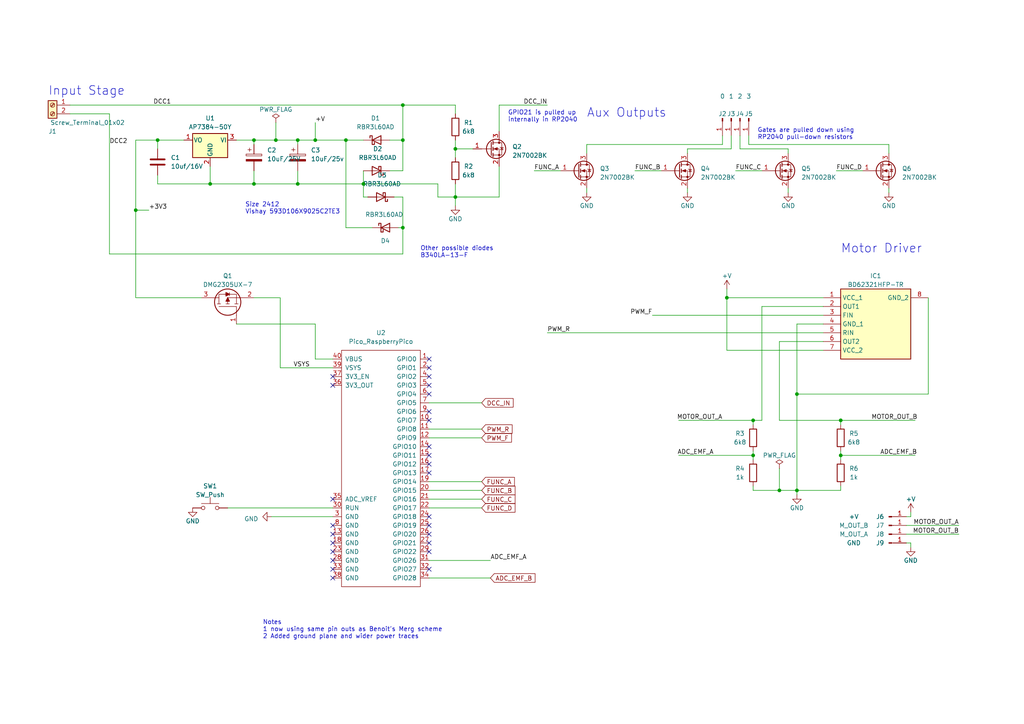
<source format=kicad_sch>
(kicad_sch (version 20230121) (generator eeschema)
  (paper "A4")
  (title_block (title "DCC Decoder 4a - modified PCB - As 4 but with ground plane") (date "2025-01-20") (rev "4.0"))
  (lib_symbols
    (symbol "BD623xx:BD62321HFP-TR"
      (property "Reference" "IC" (at 26.67 7.62 0))
      (property "Value" "BD62321HFP-TR" (at 26.67 5.08 0))
      (symbol "BD62321HFP-TR_1_1"
        (rectangle (start 5.08 2.54) (end 25.4 -17.78) (stroke (width 0.254)) (fill (type background)))
        (pin passive line (at 0 0 0) (length 5.08) (name "VCC_1") (number "1"))
        (pin passive line (at 0 -2.54 0) (length 5.08) (name "OUT1") (number "2"))
        (pin passive line (at 0 -5.08 0) (length 5.08) (name "FIN") (number "3"))
        (pin passive line (at 0 -7.62 0) (length 5.08) (name "GND_1") (number "4"))
        (pin passive line (at 0 -10.16 0) (length 5.08) (name "RIN") (number "5"))
        (pin passive line (at 0 -12.7 0) (length 5.08) (name "OUT2") (number "6"))
        (pin passive line (at 0 -15.24 0) (length 5.08) (name "VCC_2") (number "7"))
        (pin passive line (at 30.48 0 180) (length 5.08) (name "GND_2") (number "8"))
      )
    )
    (symbol "Connector:Conn_01x01_Male" (pin_names (offset 1.016) hide)
      (property "Reference" "J" (at 0 2.54 0))
      (property "Value" "Conn_01x01_Male" (at 0 -2.54 0))
      (symbol "Conn_01x01_Male_1_1"
        (polyline (pts (xy 1.27 0) (xy 0.8636 0)) (stroke (width 0.1524)))
        (rectangle (start 0.8636 0.127) (end 0 -0.127) (stroke (width 0.1524)) (fill (type outline)))
        (pin passive line (at 5.08 0 180) (length 3.81) (name "Pin_1") (number "1"))
      )
    )
    (symbol "Connector:Screw_Terminal_01x02" (pin_names (offset 1.016) hide)
      (property "Reference" "J" (at 0 2.54 0))
      (property "Value" "Screw_Terminal_01x02" (at 0 -5.08 0))
      (symbol "Screw_Terminal_01x02_1_1"
        (rectangle (start -1.27 1.27) (end 1.27 -3.81) (stroke (width 0.254)) (fill (type background)))
        (circle (center 0 -2.54) (radius 0.635) (stroke (width 0.1524)))
        (polyline (pts (xy -0.5334 -2.2098) (xy 0.3302 -3.048)) (stroke (width 0.1524)))
        (polyline (pts (xy -0.5334 0.3302) (xy 0.3302 -0.508)) (stroke (width 0.1524)))
        (polyline (pts (xy -0.3556 -2.032) (xy 0.508 -2.8702)) (stroke (width 0.1524)))
        (polyline (pts (xy -0.3556 0.508) (xy 0.508 -0.3302)) (stroke (width 0.1524)))
        (circle (center 0 0) (radius 0.635) (stroke (width 0.1524)))
        (pin passive line (at -5.08 0 0) (length 3.81) (name "Pin_1") (number "1"))
        (pin passive line (at -5.08 -2.54 0) (length 3.81) (name "Pin_2") (number "2"))
      )
    )
    (symbol "DMG2305UX-7:DMG2305UX-7" (pin_names (offset 0.762))
      (property "Reference" "Q" (at 11.43 3.81 0))
      (property "Value" "DMG2305UX-7" (at 11.43 1.27 0))
      (symbol "DMG2305UX-7_0_0"
        (pin passive line (at 0 0 0) (length 2.54) (name "~") (number "1"))
        (pin passive line (at 7.62 -5.08 90) (length 2.54) (name "~") (number "2"))
        (pin passive line (at 7.62 10.16 270) (length 2.54) (name "~") (number "3"))
      )
      (symbol "DMG2305UX-7_0_1"
        (polyline (pts (xy 5.842 -0.508) (xy 5.842 0.508)) (stroke (width 0.1524)))
        (polyline (pts (xy 5.842 0) (xy 7.62 0)) (stroke (width 0.1524)))
        (polyline (pts (xy 5.842 2.032) (xy 5.842 3.048)) (stroke (width 0.1524)))
        (polyline (pts (xy 5.842 5.588) (xy 5.842 4.572)) (stroke (width 0.1524)))
        (polyline (pts (xy 7.62 2.54) (xy 5.842 2.54)) (stroke (width 0.1524)))
        (polyline (pts (xy 7.62 2.54) (xy 7.62 -2.54)) (stroke (width 0.1524)))
        (polyline (pts (xy 7.62 5.08) (xy 5.842 5.08)) (stroke (width 0.1524)))
        (polyline (pts (xy 7.62 5.08) (xy 7.62 7.62)) (stroke (width 0.1524)))
        (polyline (pts (xy 8.128 2.032) (xy 9.144 2.032)) (stroke (width 0.1524)))
        (polyline (pts (xy 2.54 0) (xy 5.08 0) (xy 5.08 5.08)) (stroke (width 0.1524)))
        (polyline (pts (xy 8.636 2.032) (xy 8.636 0) (xy 7.62 0)) (stroke (width 0.1524)))
        (polyline (pts (xy 8.636 3.048) (xy 8.636 5.08) (xy 7.62 5.08)) (stroke (width 0.1524)))
        (polyline (pts (xy 7.62 2.54) (xy 6.604 3.048) (xy 6.604 2.032) (xy 7.62 2.54)) (stroke (width 0.254)) (fill (type outline)))
        (polyline (pts (xy 8.636 2.032) (xy 8.128 3.048) (xy 9.144 3.048) (xy 8.636 2.032)) (stroke (width 0.254)) (fill (type outline)))
        (circle (center 6.35 2.54) (radius 3.81) (stroke (width 0.254)))
      )
    )
    (symbol "Device:C" (pin_numbers hide) (pin_names (offset 0.254))
      (property "Reference" "C" (at 0.635 2.54 0))
      (property "Value" "C" (at 0.635 -2.54 0))
      (symbol "C_0_1"
        (polyline (pts (xy -2.032 -0.762) (xy 2.032 -0.762)) (stroke (width 0.508)))
        (polyline (pts (xy -2.032 0.762) (xy 2.032 0.762)) (stroke (width 0.508)))
      )
      (symbol "C_1_1"
        (pin passive line (at 0 3.81 270) (length 2.794) (name "~") (number "1"))
        (pin passive line (at 0 -3.81 90) (length 2.794) (name "~") (number "2"))
      )
    )
    (symbol "Device:C_Polarized" (pin_numbers hide) (pin_names (offset 0.254))
      (property "Reference" "C" (at 0.635 2.54 0))
      (property "Value" "C_Polarized" (at 0.635 -2.54 0))
      (symbol "C_Polarized_0_1"
        (rectangle (start -2.286 0.508) (end 2.286 1.016))
        (polyline (pts (xy -1.778 2.286) (xy -0.762 2.286)))
        (polyline (pts (xy -1.27 2.794) (xy -1.27 1.778)))
        (rectangle (start 2.286 -0.508) (end -2.286 -1.016) (fill (type outline)))
      )
      (symbol "C_Polarized_1_1"
        (pin passive line (at 0 3.81 270) (length 2.794) (name "~") (number "1"))
        (pin passive line (at 0 -3.81 90) (length 2.794) (name "~") (number "2"))
      )
    )
    (symbol "Device:D_Schottky" (pin_numbers hide) (pin_names (offset 1.016) hide)
      (property "Reference" "D" (at 0 2.54 0))
      (property "Value" "D_Schottky" (at 0 -2.54 0))
      (symbol "D_Schottky_0_1"
        (polyline (pts (xy 1.27 0) (xy -1.27 0)))
        (polyline (pts (xy 1.27 1.27) (xy 1.27 -1.27) (xy -1.27 0) (xy 1.27 1.27)) (stroke (width 0.254)))
        (polyline (pts (xy -1.905 0.635) (xy -1.905 1.27) (xy -1.27 1.27) (xy -1.27 -1.27) (xy -0.635 -1.27) (xy -0.635 -0.635)) (stroke (width 0.254)))
      )
      (symbol "D_Schottky_1_1"
        (pin passive line (at -3.81 0 0) (length 2.54) (name "K") (number "1"))
        (pin passive line (at 3.81 0 180) (length 2.54) (name "A") (number "2"))
      )
    )
    (symbol "Device:R" (pin_numbers hide) (pin_names (offset 0))
      (property "Reference" "R" (at 2.032 0 90))
      (property "Value" "R" (at 0 0 90))
      (symbol "R_0_1"
        (rectangle (start -1.016 -2.54) (end 1.016 2.54) (stroke (width 0.254)))
      )
      (symbol "R_1_1"
        (pin passive line (at 0 3.81 270) (length 1.27) (name "~") (number "1"))
        (pin passive line (at 0 -3.81 90) (length 1.27) (name "~") (number "2"))
      )
    )
    (symbol "GND_1" (power) (pin_names (offset 0))
      (property "Value" "GND_1" (at 0 -3.81 0))
      (symbol "GND_1_0_1"
        (polyline (pts (xy 0 0) (xy 0 -1.27) (xy 1.27 -1.27) (xy 0 -2.54) (xy -1.27 -1.27) (xy 0 -1.27)))
      )
      (symbol "GND_1_1_1"
        (pin power_in line (at 0 0 270) (length 0) hide (name "GND") (number "1"))
      )
    )
    (symbol "PicoNoSwd:RaspberryPico-Pico" (pin_names (offset 1.016))
      (property "Reference" "U" (at -21.59 3.81 0))
      (property "Value" "Pico_RaspberryPico" (at -15.24 -67.31 0))
      (symbol "RaspberryPico-Pico_0_1"
        (rectangle (start -22.86 2.54) (end 0 -66.04))
      )
      (symbol "RaspberryPico-Pico_1_1"
        (pin bidirectional line (at 2.54 0 180) (length 2.54) (name "GPIO0") (number "1"))
        (pin bidirectional line (at 2.54 -17.78 180) (length 2.54) (name "GPIO7") (number "10"))
        (pin bidirectional line (at 2.54 -20.32 180) (length 2.54) (name "GPIO8") (number "11"))
        (pin bidirectional line (at 2.54 -22.86 180) (length 2.54) (name "GPIO9") (number "12"))
        (pin power_in line (at -25.4 -50.8 0) (length 2.54) (name "GND") (number "13"))
        (pin bidirectional line (at 2.54 -25.4 180) (length 2.54) (name "GPIO10") (number "14"))
        (pin bidirectional line (at 2.54 -27.94 180) (length 2.54) (name "GPIO11") (number "15"))
        (pin bidirectional line (at 2.54 -30.48 180) (length 2.54) (name "GPIO12") (number "16"))
        (pin bidirectional line (at 2.54 -33.02 180) (length 2.54) (name "GPIO13") (number "17"))
        (pin power_in line (at -25.4 -53.34 0) (length 2.54) (name "GND") (number "18"))
        (pin bidirectional line (at 2.54 -35.56 180) (length 2.54) (name "GPIO14") (number "19"))
        (pin bidirectional line (at 2.54 -2.54 180) (length 2.54) (name "GPIO1") (number "2"))
        (pin bidirectional line (at 2.54 -38.1 180) (length 2.54) (name "GPIO15") (number "20"))
        (pin bidirectional line (at 2.54 -40.64 180) (length 2.54) (name "GPIO16") (number "21"))
        (pin bidirectional line (at 2.54 -43.18 180) (length 2.54) (name "GPIO17") (number "22"))
        (pin power_in line (at -25.4 -55.88 0) (length 2.54) (name "GND") (number "23"))
        (pin bidirectional line (at 2.54 -45.72 180) (length 2.54) (name "GPIO18") (number "24"))
        (pin bidirectional line (at 2.54 -48.26 180) (length 2.54) (name "GPIO19") (number "25"))
        (pin bidirectional line (at 2.54 -50.8 180) (length 2.54) (name "GPIO20") (number "26"))
        (pin bidirectional line (at 2.54 -53.34 180) (length 2.54) (name "GPIO21") (number "27"))
        (pin power_in line (at -25.4 -58.42 0) (length 2.54) (name "GND") (number "28"))
        (pin bidirectional line (at 2.54 -55.88 180) (length 2.54) (name "GPIO22") (number "29"))
        (pin power_in line (at -25.4 -45.72 0) (length 2.54) (name "GND") (number "3"))
        (pin input line (at -25.4 -43.18 0) (length 2.54) (name "RUN") (number "30"))
        (pin bidirectional line (at 2.54 -58.42 180) (length 2.54) (name "GPIO26") (number "31"))
        (pin bidirectional line (at 2.54 -60.96 180) (length 2.54) (name "GPIO27") (number "32"))
        (pin power_in line (at -25.4 -60.96 0) (length 2.54) (name "GND") (number "33"))
        (pin bidirectional line (at 2.54 -63.5 180) (length 2.54) (name "GPIO28") (number "34"))
        (pin input line (at -25.4 -40.64 0) (length 2.54) (name "ADC_VREF") (number "35"))
        (pin power_out line (at -25.4 -7.62 0) (length 2.54) (name "3V3_OUT") (number "36"))
        (pin input line (at -25.4 -5.08 0) (length 2.54) (name "3V3_EN") (number "37"))
        (pin power_in line (at -25.4 -63.5 0) (length 2.54) (name "GND") (number "38"))
        (pin power_in line (at -25.4 -2.54 0) (length 2.54) (name "VSYS") (number "39"))
        (pin bidirectional line (at 2.54 -5.08 180) (length 2.54) (name "GPIO2") (number "4"))
        (pin power_in line (at -25.4 0 0) (length 2.54) (name "VBUS") (number "40"))
        (pin bidirectional line (at 2.54 -7.62 180) (length 2.54) (name "GPIO3") (number "5"))
        (pin bidirectional line (at 2.54 -10.16 180) (length 2.54) (name "GPIO4") (number "6"))
        (pin bidirectional line (at 2.54 -12.7 180) (length 2.54) (name "GPIO5") (number "7"))
        (pin power_in line (at -25.4 -48.26 0) (length 2.54) (name "GND") (number "8"))
        (pin bidirectional line (at 2.54 -15.24 180) (length 2.54) (name "GPIO6") (number "9"))
      )
    )
    (symbol "RP2040-Decoder_Additional_Symbols:+V" (power) (pin_names (offset 0))
      (property "Value" "+V" (at 0 3.556 0))
      (symbol "+V_0_1"
        (polyline (pts (xy -0.762 1.27) (xy 0 2.54)))
        (polyline (pts (xy 0 0) (xy 0 2.54)))
        (polyline (pts (xy 0 2.54) (xy 0.762 1.27)))
      )
      (symbol "+V_1_1"
        (pin power_in line (at 0 0 90) (length 0) hide (name "+V") (number "1"))
      )
    )
    (symbol "Regulator_Linear:AP7384-50Y" (pin_names (offset 0.254))
      (property "Reference" "U" (at -3.81 3.175 0))
      (property "Value" "AP7384-50Y" (at 0 3.175 0))
      (symbol "AP7384-50Y_0_1"
        (rectangle (start -5.08 1.905) (end 5.08 -5.08) (stroke (width 0.254)) (fill (type background)))
      )
      (symbol "AP7384-50Y_1_1"
        (pin power_out line (at 7.62 0 180) (length 2.54) (name "VO") (number "1"))
        (pin power_in line (at 0 -7.62 90) (length 2.54) (name "GND") (number "2"))
        (pin power_in line (at -7.62 0 0) (length 2.54) (name "VI") (number "3"))
      )
    )
    (symbol "Switch:SW_Push" (pin_numbers hide) (pin_names (offset 1.016) hide)
      (property "Reference" "SW" (at 1.27 2.54 0))
      (property "Value" "SW_Push" (at 0 -1.524 0))
      (symbol "SW_Push_0_1"
        (circle (center -2.032 0) (radius 0.508))
        (polyline (pts (xy 0 1.27) (xy 0 3.048)))
        (polyline (pts (xy 2.54 1.27) (xy -2.54 1.27)))
        (circle (center 2.032 0) (radius 0.508))
        (pin passive line (at -5.08 0 0) (length 2.54) (name "1") (number "1"))
        (pin passive line (at 5.08 0 180) (length 2.54) (name "2") (number "2"))
      )
    )
    (symbol "Transistor_FET:2N7002K" (pin_names hide)
      (property "Reference" "Q" (at 5.08 1.905 0))
      (property "Value" "2N7002K" (at 5.08 0 0))
      (symbol "2N7002K_0_1"
        (polyline (pts (xy 0.254 0) (xy -2.54 0)))
        (polyline (pts (xy 0.254 1.905) (xy 0.254 -1.905)) (stroke (width 0.254)))
        (polyline (pts (xy 0.762 -1.27) (xy 0.762 -2.286)) (stroke (width 0.254)))
        (polyline (pts (xy 0.762 0.508) (xy 0.762 -0.508)) (stroke (width 0.254)))
        (polyline (pts (xy 0.762 2.286) (xy 0.762 1.27)) (stroke (width 0.254)))
        (polyline (pts (xy 2.54 2.54) (xy 2.54 1.778)))
        (polyline (pts (xy 2.54 -2.54) (xy 2.54 0) (xy 0.762 0)))
        (polyline (pts (xy 0.762 -1.778) (xy 3.302 -1.778) (xy 3.302 1.778) (xy 0.762 1.778)))
        (polyline (pts (xy 1.016 0) (xy 2.032 0.381) (xy 2.032 -0.381) (xy 1.016 0)) (fill (type outline)))
        (polyline (pts (xy 2.794 0.508) (xy 2.921 0.381) (xy 3.683 0.381) (xy 3.81 0.254)))
        (polyline (pts (xy 3.302 0.381) (xy 2.921 -0.254) (xy 3.683 -0.254) (xy 3.302 0.381)))
        (circle (center 1.651 0) (radius 2.794) (stroke (width 0.254)))
        (circle (center 2.54 -1.778) (radius 0.254) (fill (type outline)))
        (circle (center 2.54 1.778) (radius 0.254) (fill (type outline)))
      )
      (symbol "2N7002K_1_1"
        (pin input line (at -5.08 0 0) (length 2.54) (name "G") (number "1"))
        (pin passive line (at 2.54 -5.08 90) (length 2.54) (name "S") (number "2"))
        (pin passive line (at 2.54 5.08 270) (length 2.54) (name "D") (number "3"))
      )
    )
    (symbol "power:GND" (power) (pin_names (offset 0))
      (property "Value" "GND" (at 0 -3.81 0))
      (symbol "GND_0_1"
        (polyline (pts (xy 0 0) (xy 0 -1.27) (xy 1.27 -1.27) (xy 0 -2.54) (xy -1.27 -1.27) (xy 0 -1.27)))
      )
      (symbol "GND_1_1"
        (pin power_in line (at 0 0 270) (length 0) hide (name "GND") (number "1"))
      )
    )
    (symbol "power:PWR_FLAG" (power) (pin_numbers hide) (pin_names (offset 0) hide)
      (property "Value" "PWR_FLAG" (at 0 3.81 0))
      (symbol "PWR_FLAG_0_0"
        (pin power_out line (at 0 0 90) (length 0) (name "pwr") (number "1"))
      )
      (symbol "PWR_FLAG_0_1"
        (polyline (pts (xy 0 0) (xy 0 1.27) (xy -1.016 1.905) (xy 0 2.54) (xy 1.016 1.905) (xy 0 1.27)))
      )
    )
  )
  (junction (at 116.84 66.04))
  (junction (at 86.36 40.64))
  (junction (at 105.41 53.34))
  (junction (at 218.44 121.92))
  (junction (at 91.44 40.64))
  (junction (at 132.08 57.15))
  (junction (at 80.01 40.64))
  (junction (at 45.72 40.64))
  (junction (at 86.36 53.34))
  (junction (at 226.06 142.24))
  (junction (at 218.44 132.08))
  (junction (at 210.82 86.36))
  (junction (at 73.66 53.34))
  (junction (at 73.66 40.64))
  (junction (at 116.84 40.64))
  (junction (at 243.84 121.92))
  (junction (at 60.96 53.34))
  (junction (at 116.84 30.48))
  (junction (at 100.33 40.64))
  (junction (at 231.14 114.3))
  (junction (at 132.08 43.18))
  (junction (at 39.37 60.96))
  (junction (at 243.84 132.08))
  (junction (at 231.14 142.24))
  (no_connect (at 96.52 111.76))
  (no_connect (at 96.52 157.48))
  (no_connect (at 124.46 129.54))
  (no_connect (at 96.52 165.1))
  (no_connect (at 124.46 119.38))
  (no_connect (at 124.46 152.4))
  (no_connect (at 124.46 109.22))
  (no_connect (at 124.46 137.16))
  (no_connect (at 124.46 104.14))
  (no_connect (at 124.46 149.86))
  (no_connect (at 96.52 109.22))
  (no_connect (at 124.46 157.48))
  (no_connect (at 124.46 111.76))
  (no_connect (at 96.52 154.94))
  (no_connect (at 96.52 160.02))
  (no_connect (at 124.46 114.3))
  (no_connect (at 124.46 106.68))
  (no_connect (at 124.46 134.62))
  (no_connect (at 124.46 154.94))
  (no_connect (at 96.52 167.64))
  (no_connect (at 124.46 121.92))
  (no_connect (at 124.46 132.08))
  (no_connect (at 96.52 144.78))
  (no_connect (at 124.46 160.02))
  (no_connect (at 96.52 162.56))
  (no_connect (at 96.52 152.4))
  (no_connect (at 124.46 165.1))
  (wire (pts (xy 226.06 142.24) (xy 218.44 142.24)))
  (wire (pts (xy 86.36 40.64) (xy 91.44 40.64)))
  (wire (pts (xy 214.63 39.37) (xy 214.63 43.18)))
  (wire (pts (xy 100.33 66.04) (xy 107.95 66.04)))
  (wire (pts (xy 60.96 53.34) (xy 73.66 53.34)))
  (wire (pts (xy 86.36 53.34) (xy 105.41 53.34)))
  (wire (pts (xy 199.39 44.45) (xy 199.39 43.18)))
  (wire (pts (xy 116.84 30.48) (xy 116.84 40.64)))
  (wire (pts (xy 213.36 49.53) (xy 220.98 49.53)))
  (wire (pts (xy 196.85 132.08) (xy 218.44 132.08)))
  (wire (pts (xy 264.16 157.48) (xy 264.16 158.75)))
  (wire (pts (xy 243.84 132.08) (xy 243.84 133.35)))
  (wire (pts (xy 45.72 40.64) (xy 45.72 43.18)))
  (wire (pts (xy 132.08 30.48) (xy 132.08 33.02)))
  (wire (pts (xy 218.44 121.92) (xy 220.98 121.92)))
  (wire (pts (xy 116.84 30.48) (xy 132.08 30.48)))
  (wire (pts (xy 154.94 49.53) (xy 162.56 49.53)))
  (wire (pts (xy 68.58 93.98) (xy 91.44 93.98)))
  (wire (pts (xy 144.78 48.26) (xy 144.78 57.15)))
  (wire (pts (xy 91.44 40.64) (xy 100.33 40.64)))
  (wire (pts (xy 124.46 142.24) (xy 139.7 142.24)))
  (wire (pts (xy 80.01 35.56) (xy 80.01 40.64)))
  (wire (pts (xy 127 53.34) (xy 127 57.15)))
  (wire (pts (xy 269.24 114.3) (xy 269.24 86.36)))
  (wire (pts (xy 124.46 139.7) (xy 139.7 139.7)))
  (wire (pts (xy 218.44 132.08) (xy 218.44 130.81)))
  (wire (pts (xy 96.52 147.32) (xy 66.04 147.32)))
  (wire (pts (xy 218.44 140.97) (xy 218.44 142.24)))
  (wire (pts (xy 81.28 86.36) (xy 81.28 106.68)))
  (wire (pts (xy 278.13 154.94) (xy 262.89 154.94)))
  (wire (pts (xy 39.37 40.64) (xy 39.37 60.96)))
  (wire (pts (xy 31.75 73.66) (xy 116.84 73.66)))
  (wire (pts (xy 132.08 57.15) (xy 132.08 59.69)))
  (wire (pts (xy 231.14 114.3) (xy 231.14 142.24)))
  (wire (pts (xy 199.39 54.61) (xy 199.39 55.88)))
  (wire (pts (xy 214.63 43.18) (xy 228.6 43.18)))
  (wire (pts (xy 220.98 121.92) (xy 220.98 88.9)))
  (wire (pts (xy 116.84 66.04) (xy 115.57 66.04)))
  (wire (pts (xy 73.66 49.53) (xy 73.66 53.34)))
  (wire (pts (xy 73.66 40.64) (xy 73.66 41.91)))
  (wire (pts (xy 132.08 43.18) (xy 132.08 45.72)))
  (wire (pts (xy 238.76 86.36) (xy 210.82 86.36)))
  (wire (pts (xy 45.72 53.34) (xy 45.72 50.8)))
  (wire (pts (xy 231.14 142.24) (xy 226.06 142.24)))
  (wire (pts (xy 264.16 149.86) (xy 262.89 149.86)))
  (wire (pts (xy 243.84 123.19) (xy 243.84 121.92)))
  (wire (pts (xy 73.66 86.36) (xy 81.28 86.36)))
  (wire (pts (xy 100.33 40.64) (xy 105.41 40.64)))
  (wire (pts (xy 20.32 30.48) (xy 116.84 30.48)))
  (wire (pts (xy 199.39 43.18) (xy 212.09 43.18)))
  (wire (pts (xy 238.76 93.98) (xy 231.14 93.98)))
  (wire (pts (xy 60.96 53.34) (xy 45.72 53.34)))
  (wire (pts (xy 91.44 104.14) (xy 96.52 104.14)))
  (wire (pts (xy 212.09 39.37) (xy 212.09 43.18)))
  (wire (pts (xy 124.46 127) (xy 139.7 127)))
  (wire (pts (xy 231.14 114.3) (xy 269.24 114.3)))
  (wire (pts (xy 144.78 30.48) (xy 144.78 38.1)))
  (wire (pts (xy 158.75 96.52) (xy 238.76 96.52)))
  (wire (pts (xy 39.37 60.96) (xy 39.37 86.36)))
  (wire (pts (xy 226.06 121.92) (xy 243.84 121.92)))
  (wire (pts (xy 80.01 40.64) (xy 86.36 40.64)))
  (wire (pts (xy 60.96 48.26) (xy 60.96 53.34)))
  (wire (pts (xy 184.15 49.53) (xy 191.77 49.53)))
  (wire (pts (xy 86.36 49.53) (xy 86.36 53.34)))
  (wire (pts (xy 231.14 142.24) (xy 243.84 142.24)))
  (wire (pts (xy 39.37 40.64) (xy 45.72 40.64)))
  (wire (pts (xy 124.46 147.32) (xy 139.7 147.32)))
  (wire (pts (xy 278.13 152.4) (xy 262.89 152.4)))
  (wire (pts (xy 243.84 140.97) (xy 243.84 142.24)))
  (wire (pts (xy 264.16 148.59) (xy 264.16 149.86)))
  (wire (pts (xy 262.89 157.48) (xy 264.16 157.48)))
  (wire (pts (xy 226.06 99.06) (xy 238.76 99.06)))
  (wire (pts (xy 91.44 35.56) (xy 91.44 40.64)))
  (wire (pts (xy 124.46 116.84) (xy 139.7 116.84)))
  (wire (pts (xy 189.23 91.44) (xy 238.76 91.44)))
  (wire (pts (xy 116.84 57.15) (xy 114.3 57.15)))
  (wire (pts (xy 132.08 40.64) (xy 132.08 43.18)))
  (wire (pts (xy 231.14 142.24) (xy 231.14 143.51)))
  (wire (pts (xy 226.06 121.92) (xy 226.06 99.06)))
  (wire (pts (xy 144.78 30.48) (xy 158.75 30.48)))
  (wire (pts (xy 105.41 49.53) (xy 105.41 53.34)))
  (wire (pts (xy 132.08 43.18) (xy 137.16 43.18)))
  (wire (pts (xy 105.41 53.34) (xy 127 53.34)))
  (wire (pts (xy 45.72 40.64) (xy 53.34 40.64)))
  (wire (pts (xy 228.6 54.61) (xy 228.6 55.88)))
  (wire (pts (xy 124.46 124.46) (xy 139.7 124.46)))
  (wire (pts (xy 217.17 39.37) (xy 217.17 41.91)))
  (wire (pts (xy 20.32 33.02) (xy 31.75 33.02)))
  (wire (pts (xy 218.44 123.19) (xy 218.44 121.92)))
  (wire (pts (xy 116.84 40.64) (xy 113.03 40.64)))
  (wire (pts (xy 132.08 53.34) (xy 132.08 57.15)))
  (wire (pts (xy 218.44 133.35) (xy 218.44 132.08)))
  (wire (pts (xy 257.81 41.91) (xy 257.81 44.45)))
  (wire (pts (xy 243.84 121.92) (xy 265.43 121.92)))
  (wire (pts (xy 170.18 41.91) (xy 170.18 44.45)))
  (wire (pts (xy 39.37 86.36) (xy 58.42 86.36)))
  (wire (pts (xy 243.84 132.08) (xy 243.84 130.81)))
  (wire (pts (xy 68.58 40.64) (xy 73.66 40.64)))
  (wire (pts (xy 91.44 93.98) (xy 91.44 104.14)))
  (wire (pts (xy 217.17 41.91) (xy 257.81 41.91)))
  (wire (pts (xy 243.84 132.08) (xy 265.43 132.08)))
  (wire (pts (xy 105.41 53.34) (xy 105.41 57.15)))
  (wire (pts (xy 116.84 66.04) (xy 116.84 57.15)))
  (wire (pts (xy 231.14 93.98) (xy 231.14 114.3)))
  (wire (pts (xy 124.46 167.64) (xy 142.24 167.64)))
  (wire (pts (xy 31.75 33.02) (xy 31.75 73.66)))
  (wire (pts (xy 238.76 101.6) (xy 210.82 101.6)))
  (wire (pts (xy 127 57.15) (xy 132.08 57.15)))
  (wire (pts (xy 196.85 121.92) (xy 218.44 121.92)))
  (wire (pts (xy 105.41 57.15) (xy 106.68 57.15)))
  (wire (pts (xy 116.84 40.64) (xy 116.84 49.53)))
  (wire (pts (xy 124.46 162.56) (xy 142.24 162.56)))
  (wire (pts (xy 39.37 60.96) (xy 43.18 60.96)))
  (wire (pts (xy 257.81 54.61) (xy 257.81 55.88)))
  (wire (pts (xy 228.6 43.18) (xy 228.6 44.45)))
  (wire (pts (xy 226.06 135.89) (xy 226.06 142.24)))
  (wire (pts (xy 100.33 40.64) (xy 100.33 66.04)))
  (wire (pts (xy 81.28 106.68) (xy 96.52 106.68)))
  (wire (pts (xy 73.66 53.34) (xy 86.36 53.34)))
  (wire (pts (xy 209.55 41.91) (xy 170.18 41.91)))
  (wire (pts (xy 124.46 144.78) (xy 139.7 144.78)))
  (wire (pts (xy 73.66 40.64) (xy 80.01 40.64)))
  (wire (pts (xy 210.82 101.6) (xy 210.82 86.36)))
  (wire (pts (xy 86.36 40.64) (xy 86.36 41.91)))
  (wire (pts (xy 116.84 49.53) (xy 113.03 49.53)))
  (wire (pts (xy 210.82 83.82) (xy 210.82 86.36)))
  (wire (pts (xy 116.84 73.66) (xy 116.84 66.04)))
  (wire (pts (xy 170.18 54.61) (xy 170.18 55.88)))
  (wire (pts (xy 220.98 88.9) (xy 238.76 88.9)))
  (wire (pts (xy 242.57 49.53) (xy 250.19 49.53)))
  (wire (pts (xy 132.08 57.15) (xy 144.78 57.15)))
  (wire (pts (xy 209.55 39.37) (xy 209.55 41.91)))
  (wire (pts (xy 96.52 149.86) (xy 78.74 149.86)))
  (text "Size 2412\nVishay 593D106X9025C2TE3" (at 71.12 62.23 0) (effects (font (size 1.27 1.27)) (justify left bottom)))
  (text "Notes\n1 now using same pin outs as Benoit's Merg scheme\n2 Added ground plane and wider power traces" (at 76.2 185.42 0) (effects (font (size 1.27 1.27)) (justify left bottom)))
  (text "GPIO21 is pulled up\ninternally in RP2040" (at 147.32 35.56 0) (effects (font (size 1.27 1.27)) (justify left bottom)))
  (text "Other possible diodes\nB340LA-13-F" (at 121.92 74.93 0) (effects (font (size 1.27 1.27)) (justify left bottom)))
  (text "Input Stage" (at 13.97 27.94 0) (effects (font (size 2.54 2.54)) (justify left bottom)))
  (text "Motor Driver" (at 243.84 73.66 0) (effects (font (size 2.54 2.54)) (justify left bottom)))
  (text "Aux Outputs" (at 170.18 34.29 0) (effects (font (size 2.54 2.54)) (justify left bottom)))
  (text "Gates are pulled down using\nRP2040 pull-down resistors" (at 219.71 40.64 0) (effects (font (size 1.27 1.27)) (justify left bottom)))
  (label "MOTOR_OUT_A" (at 278.13 152.4 180))
  (label "PWM_R" (at 158.75 96.52 0))
  (label "FUNC_B" (at 184.15 49.53 0))
  (label "MOTOR_OUT_A" (at 209.55 121.92 180))
  (label "DCC1" (at 44.45 30.48 0))
  (label "ADC_EMF_A" (at 142.24 162.56 0))
  (label "MOTOR_OUT_B" (at 252.73 121.92 0))
  (label "PWM_F" (at 189.23 91.44 180))
  (label "DCC2" (at 31.75 41.91 0))
  (label "+V" (at 91.44 35.56 0))
  (label "FUNC_C" (at 213.36 49.53 0))
  (label "FUNC_D" (at 242.57 49.53 0))
  (label "DCC_IN" (at 158.75 30.48 180))
  (label "ADC_EMF_A" (at 207.01 132.08 180))
  (label "+3V3" (at 43.18 60.96 0))
  (label "FUNC_A" (at 154.94 49.53 0))
  (label "MOTOR_OUT_B" (at 278.13 154.94 180))
  (label "VSYS" (at 85.09 106.68 0))
  (label "ADC_EMF_B" (at 255.27 132.08 0))
  (global_label "DCC_IN" (shape input) (at 139.7 116.84 0) (property "Intersheetrefs" "${INTERSHEET_REFS}" (effects hide)))
  (global_label "FUNC_A" (shape input) (at 139.7 139.7 0) (property "Intersheetrefs" "${INTERSHEET_REFS}" (effects hide)))
  (global_label "PWM_R" (shape input) (at 139.7 124.46 0) (property "Intersheetrefs" "${INTERSHEET_REFS}" (effects hide)))
  (global_label "FUNC_B" (shape input) (at 139.7 142.24 0) (property "Intersheetrefs" "${INTERSHEET_REFS}" (effects hide)))
  (global_label "FUNC_D" (shape input) (at 139.7 147.32 0) (property "Intersheetrefs" "${INTERSHEET_REFS}" (effects hide)))
  (global_label "PWM_F" (shape input) (at 139.7 127 0) (property "Intersheetrefs" "${INTERSHEET_REFS}" (effects hide)))
  (global_label "FUNC_C" (shape input) (at 139.7 144.78 0) (property "Intersheetrefs" "${INTERSHEET_REFS}" (effects hide)))
  (global_label "ADC_EMF_B" (shape input) (at 142.24 167.64 0) (property "Intersheetrefs" "${INTERSHEET_REFS}" (effects hide)))
  (symbol (lib_id "Device:R") (at 218.44 127 180) (unit 1)
    (property "Reference" "R3" (at 214.63 125.73 0))
    (property "Value" "6k8" (at 214.63 128.27 0))
    (property "Footprint" "Resistor_SMD:R_0805_2012Metric_Pad1.20x1.40mm_HandSolder" (effects hide))
  )
  (symbol (lib_id "Device:D_Schottky") (at 109.22 49.53 180) (unit 1)
    (property "Reference" "D2" (at 109.5375 43.18 0))
    (property "Value" "RBR3L60AD" (at 109.5375 45.72 0))
    (property "Footprint" "Diode_SMD:D_SMA_Handsoldering" (effects hide))
  )
  (symbol (lib_id "Device:D_Schottky") (at 111.76 66.04 0) (unit 1)
    (property "Reference" "D4" (at 111.76 69.85 0))
    (property "Value" "RBR3L60AD" (at 111.4425 62.23 0))
    (property "Footprint" "Diode_SMD:D_SMA_Handsoldering" (effects hide))
  )
  (symbol (lib_id "power:GND") (at 132.08 59.69 0) (mirror y) (unit 1)
    (property "Reference" "#PWR03" (effects hide))
    (property "Value" "GND" (at 132.08 63.5 0))
  )
  (symbol (lib_id "Connector:Conn_01x01_Male") (at 257.81 157.48 0) (unit 1)
    (property "Reference" "J9" (at 255.27 157.48 0))
    (property "Value" "GND" (at 247.65 157.48 0))
    (property "Footprint" "TestPoint:TestPoint_Pad_2.5x2.5mm" (effects hide))
  )
  (symbol (lib_name "GND_1") (lib_id "power:GND") (at 78.74 149.86 270) (mirror x) (unit 1)
    (property "Reference" "#PWR02" (effects hide))
    (property "Value" "GND" (at 74.93 150.495 90) (effects (justify right)))
  )
  (symbol (lib_id "power:PWR_FLAG") (at 226.06 135.89 0) (unit 1)
    (property "Reference" "#FLG02" (effects hide))
    (property "Value" "PWR_FLAG" (at 226.06 132.08 0))
  )
  (symbol (lib_id "Transistor_FET:2N7002K") (at 142.24 43.18 0) (unit 1)
    (property "Reference" "Q2" (at 148.59 42.545 0) (effects (justify left)))
    (property "Value" "2N7002BK" (at 148.59 45.085 0) (effects (justify left)))
    (property "Footprint" "Package_TO_SOT_SMD:SOT-23_Handsoldering" (effects hide))
    (property "Datasheet" "https://www.diodes.com/assets/Datasheets/ds30896.pdf" (effects hide))
  )
  (symbol (lib_id "Device:D_Schottky") (at 110.49 57.15 180) (unit 1)
    (property "Reference" "D3" (at 110.8075 50.8 0))
    (property "Value" "RBR3L60AD" (at 110.8075 53.34 0))
    (property "Footprint" "Diode_SMD:D_SMA_Handsoldering" (effects hide))
  )
  (symbol (lib_id "Device:R") (at 243.84 137.16 180) (unit 1)
    (property "Reference" "R6" (at 247.65 135.89 0))
    (property "Value" "1k" (at 247.65 138.43 0))
    (property "Footprint" "Resistor_SMD:R_0805_2012Metric_Pad1.20x1.40mm_HandSolder" (effects hide))
  )
  (symbol (lib_id "power:GND") (at 264.16 158.75 0) (mirror y) (unit 1)
    (property "Reference" "#PWR011" (effects hide))
    (property "Value" "GND" (at 264.16 162.56 0))
  )
  (symbol (lib_id "RP2040-Decoder_Additional_Symbols:+V") (at 210.82 83.82 0) (unit 1)
    (property "Reference" "#PWR06" (effects hide))
    (property "Value" "+V" (at 210.82 80.01 0))
  )
  (symbol (lib_id "Connector:Conn_01x01_Male") (at 257.81 154.94 0) (unit 1)
    (property "Reference" "J8" (at 255.27 154.94 0))
    (property "Value" "M_OUT_A" (at 247.65 154.94 0))
    (property "Footprint" "TestPoint:TestPoint_Pad_2.5x2.5mm" (effects hide))
  )
  (symbol (lib_id "Transistor_FET:2N7002K") (at 167.64 49.53 0) (unit 1)
    (property "Reference" "Q3" (at 173.99 48.895 0) (effects (justify left)))
    (property "Value" "2N7002BK" (at 173.99 51.435 0) (effects (justify left)))
    (property "Footprint" "Package_TO_SOT_SMD:SOT-23_Handsoldering" (effects hide))
    (property "Datasheet" "https://www.diodes.com/assets/Datasheets/ds30896.pdf" (effects hide))
  )
  (symbol (lib_id "PicoNoSwd:RaspberryPico-Pico") (at 121.92 104.14 0) (unit 1)
    (property "Reference" "U2" (at 110.49 96.52 0))
    (property "Value" "Pico_RaspberryPico" (at 110.49 99.06 0))
    (property "Footprint" "PicoNoSwd:RaspberryPico_TH_NoSWD" (effects hide))
  )
  (symbol (lib_id "Regulator_Linear:AP7384-50Y") (at 60.96 40.64 0) (mirror y) (unit 1)
    (property "Reference" "U1" (at 60.96 34.29 0))
    (property "Value" "AP7384-50Y" (at 60.96 36.83 0))
    (property "Footprint" "Package_TO_SOT_SMD:SOT-89-3" (effects hide))
    (property "Datasheet" "https://www.diodes.com/assets/Datasheets/AP7384.pdf" (effects hide))
  )
  (symbol (lib_id "Connector:Conn_01x01_Male") (at 257.81 149.86 0) (unit 1)
    (property "Reference" "J6" (at 255.27 149.86 0))
    (property "Value" "+V" (at 247.65 149.86 0))
    (property "Footprint" "TestPoint:TestPoint_Pad_2.5x2.5mm" (effects hide))
  )
  (symbol (lib_id "Device:R") (at 132.08 36.83 180) (unit 1)
    (property "Reference" "R1" (at 135.89 35.56 0))
    (property "Value" "6k8" (at 135.89 38.1 0))
    (property "Footprint" "Resistor_SMD:R_0805_2012Metric_Pad1.20x1.40mm_HandSolder" (effects hide))
  )
  (symbol (lib_id "power:GND") (at 170.18 55.88 0) (unit 1)
    (property "Reference" "#PWR04" (effects hide))
    (property "Value" "GND" (at 170.18 59.69 0))
  )
  (symbol (lib_id "RP2040-Decoder_Additional_Symbols:+V") (at 264.16 148.59 0) (unit 1)
    (property "Reference" "#PWR010" (effects hide))
    (property "Value" "+V" (at 264.16 144.78 0))
  )
  (symbol (lib_id "Connector:Conn_01x01_Male") (at 257.81 152.4 0) (unit 1)
    (property "Reference" "J7" (at 255.27 152.4 0))
    (property "Value" "M_OUT_B" (at 247.65 152.4 0))
    (property "Footprint" "TestPoint:TestPoint_Pad_2.5x2.5mm" (effects hide))
  )
  (symbol (lib_id "Transistor_FET:2N7002K") (at 226.06 49.53 0) (unit 1)
    (property "Reference" "Q5" (at 232.41 48.895 0) (effects (justify left)))
    (property "Value" "2N7002BK" (at 232.41 51.435 0) (effects (justify left)))
    (property "Footprint" "Package_TO_SOT_SMD:SOT-23_Handsoldering" (effects hide))
    (property "Datasheet" "https://www.diodes.com/assets/Datasheets/ds30896.pdf" (effects hide))
  )
  (symbol (lib_id "Device:R") (at 218.44 137.16 180) (unit 1)
    (property "Reference" "R4" (at 214.63 135.89 0))
    (property "Value" "1k" (at 214.63 138.43 0))
    (property "Footprint" "Resistor_SMD:R_0805_2012Metric_Pad1.20x1.40mm_HandSolder" (effects hide))
  )
  (symbol (lib_id "Device:R") (at 243.84 127 180) (unit 1)
    (property "Reference" "R5" (at 247.65 125.73 0))
    (property "Value" "6k8" (at 247.65 128.27 0))
    (property "Footprint" "Resistor_SMD:R_0805_2012Metric_Pad1.20x1.40mm_HandSolder" (effects hide))
  )
  (symbol (lib_id "Device:R") (at 132.08 49.53 180) (unit 1)
    (property "Reference" "R2" (at 135.89 48.26 0))
    (property "Value" "6k8" (at 135.89 50.8 0))
    (property "Footprint" "Resistor_SMD:R_0805_2012Metric_Pad1.20x1.40mm_HandSolder" (effects hide))
  )
  (symbol (lib_id "Transistor_FET:2N7002K") (at 196.85 49.53 0) (unit 1)
    (property "Reference" "Q4" (at 203.2 48.895 0) (effects (justify left)))
    (property "Value" "2N7002BK" (at 203.2 51.435 0) (effects (justify left)))
    (property "Footprint" "Package_TO_SOT_SMD:SOT-23_Handsoldering" (effects hide))
    (property "Datasheet" "https://www.diodes.com/assets/Datasheets/ds30896.pdf" (effects hide))
  )
  (symbol (lib_id "Switch:SW_Push") (at 60.96 147.32 0) (mirror y) (unit 1)
    (property "Reference" "SW1" (at 60.96 140.97 0))
    (property "Value" "SW_Push" (at 60.96 143.51 0))
    (property "Footprint" "Button_Switch_SMD:SW_Tactile_SPST_NO_Straight_CK_PTS636Sx25SMTRLFS" (effects hide))
  )
  (symbol (lib_id "Connector:Conn_01x01_Male") (at 214.63 34.29 270) (unit 1)
    (property "Reference" "J4" (at 214.63 33.02 90))
    (property "Value" "2" (at 214.63 27.94 90))
    (property "Footprint" "TestPoint:TestPoint_Pad_2.5x2.5mm" (effects hide))
  )
  (symbol (lib_id "power:PWR_FLAG") (at 80.01 35.56 0) (unit 1)
    (property "Reference" "#FLG01" (effects hide))
    (property "Value" "PWR_FLAG" (at 80.01 31.75 0))
  )
  (symbol (lib_id "Device:D_Schottky") (at 109.22 40.64 0) (unit 1)
    (property "Reference" "D1" (at 108.9025 34.29 0))
    (property "Value" "RBR3L60AD" (at 108.9025 36.83 0))
    (property "Footprint" "Diode_SMD:D_SMA_Handsoldering" (effects hide))
  )
  (symbol (lib_id "Connector:Conn_01x01_Male") (at 209.55 34.29 270) (unit 1)
    (property "Reference" "J2" (at 209.55 33.02 90))
    (property "Value" "0" (at 209.55 27.94 90))
    (property "Footprint" "TestPoint:TestPoint_Pad_2.5x2.5mm" (effects hide))
  )
  (symbol (lib_id "power:GND") (at 55.88 147.32 0) (mirror y) (unit 1)
    (property "Reference" "#PWR01" (effects hide))
    (property "Value" "GND" (at 55.88 151.13 0))
  )
  (symbol (lib_id "BD623xx:BD62321HFP-TR") (at 238.76 86.36 0) (unit 1)
    (property "Reference" "IC1" (at 254 80.01 0))
    (property "Value" "BD62321HFP-TR" (at 254 82.55 0))
    (property "Footprint" "Package_TO_SOT_SMD:Rohm_HRP7" (effects hide))
    (property "Datasheet" "http://rohmfs.rohm.com/en/products/databook/datasheet/ic/motor/dc/bd62321hfp-e.pdf" (effects hide))
    (property "Mouser Part Number" "755-BD62321HFP-TR" (effects hide))
    (property "Mouser Price/Stock" "https://www.mouser.co.uk/ProductDetail/ROHM-Semiconductor/BD62321HFP-TR?qs=IsRgwgmxh6%252BHnTFjkmY4bg%3D%3D" (effects hide))
    (property "Manufacturer_Name" "ROHM Semiconductor" (effects hide))
    (property "Manufacturer_Part_Number" "BD62321HFP-TR" (effects hide))
  )
  (symbol (lib_id "power:GND") (at 257.81 55.88 0) (unit 1)
    (property "Reference" "#PWR09" (effects hide))
    (property "Value" "GND" (at 257.81 59.69 0))
  )
  (symbol (lib_id "power:GND") (at 199.39 55.88 0) (unit 1)
    (property "Reference" "#PWR05" (effects hide))
    (property "Value" "GND" (at 199.39 59.69 0))
  )
  (symbol (lib_id "Device:C") (at 45.72 46.99 0) (unit 1)
    (property "Reference" "C1" (at 49.53 45.72 0) (effects (justify left)))
    (property "Value" "10uf/16V" (at 49.53 48.26 0) (effects (justify left)))
    (property "Footprint" "Capacitor_SMD:C_1206_3216Metric_Pad1.33x1.80mm_HandSolder" (effects hide))
  )
  (symbol (lib_id "Connector:Conn_01x01_Male") (at 217.17 34.29 270) (unit 1)
    (property "Reference" "J5" (at 217.17 33.02 90))
    (property "Value" "3" (at 217.17 27.94 90))
    (property "Footprint" "TestPoint:TestPoint_Pad_2.5x2.5mm" (effects hide))
  )
  (symbol (lib_id "power:GND") (at 228.6 55.88 0) (unit 1)
    (property "Reference" "#PWR07" (effects hide))
    (property "Value" "GND" (at 228.6 59.69 0))
  )
  (symbol (lib_id "Connector:Conn_01x01_Male") (at 212.09 34.29 270) (unit 1)
    (property "Reference" "J3" (at 212.09 33.02 90))
    (property "Value" "1" (at 212.09 27.94 90))
    (property "Footprint" "TestPoint:TestPoint_Pad_2.5x2.5mm" (effects hide))
  )
  (symbol (lib_id "Connector:Screw_Terminal_01x02") (at 15.24 30.48 0) (mirror y) (unit 1)
    (property "Reference" "J1" (at 15.24 38.1 0))
    (property "Value" "Screw_Terminal_01x02" (at 25.4 35.56 0))
    (property "Footprint" "TerminalBlock_Phoenix:TerminalBlock_Phoenix_PT-1,5-2-3.5-H_1x02_P3.50mm_Horizontal" (effects hide))
  )
  (symbol (lib_id "DMG2305UX-7:DMG2305UX-7") (at 68.58 93.98 90) (unit 1)
    (property "Reference" "Q1" (at 66.04 80.01 90))
    (property "Value" "DMG2305UX-7" (at 66.04 82.55 90))
    (property "Footprint" "Package_TO_SOT_SMD:SOT-23-3" (effects hide))
    (property "Datasheet" "https://www.diodes.com/assets/Datasheets/DMG2305UX.pdf" (effects hide))
    (property "Description" "MOSFET P-Ch 20V 5A Enhancement SOT23 Diodes Inc DMG2305UX-7 P-channel MOSFET Transistor, -3.3 A, -20 V, 3-Pin SOT-23" (effects hide))
    (property "Height" "1.1" (effects hide))
    (property "Mouser Part Number" "621-DMG2305UX-7" (effects hide))
    (property "Mouser Price/Stock" "https://www.mouser.co.uk/ProductDetail/Diodes-Incorporated/DMG2305UX-7?qs=L1DZKBg7t5F%2FNBHrjfxC%252Bg%3D%3D" (effects hide))
    (property "Manufacturer_Name" "Diodes Inc." (effects hide))
    (property "Manufacturer_Part_Number" "DMG2305UX-7" (effects hide))
  )
  (symbol (lib_id "Transistor_FET:2N7002K") (at 255.27 49.53 0) (unit 1)
    (property "Reference" "Q6" (at 261.62 48.895 0) (effects (justify left)))
    (property "Value" "2N7002BK" (at 261.62 51.435 0) (effects (justify left)))
    (property "Footprint" "Package_TO_SOT_SMD:SOT-23_Handsoldering" (effects hide))
    (property "Datasheet" "https://www.diodes.com/assets/Datasheets/ds30896.pdf" (effects hide))
  )
  (symbol (lib_id "Device:C_Polarized") (at 86.36 45.72 0) (unit 1)
    (property "Reference" "C3" (at 90.17 43.561 0) (effects (justify left)))
    (property "Value" "10uF/25v" (at 90.17 46.101 0) (effects (justify left)))
    (property "Footprint" "Capacitor_Tantalum_SMD:CP_EIA-6032-20_AVX-F_Pad2.25x2.35mm_HandSolder" (effects hide))
  )
  (symbol (lib_id "Device:C_Polarized") (at 73.66 45.72 0) (unit 1)
    (property "Reference" "C2" (at 77.47 43.561 0) (effects (justify left)))
    (property "Value" "10uF/25V" (at 77.47 46.101 0) (effects (justify left)))
    (property "Footprint" "Capacitor_Tantalum_SMD:CP_EIA-6032-20_AVX-F_Pad2.25x2.35mm_HandSolder" (effects hide))
  )
  (symbol (lib_id "power:GND") (at 231.14 143.51 0) (unit 1)
    (property "Reference" "#PWR08" (effects hide))
    (property "Value" "GND" (at 231.14 147.32 0))
  )
)
</source>
